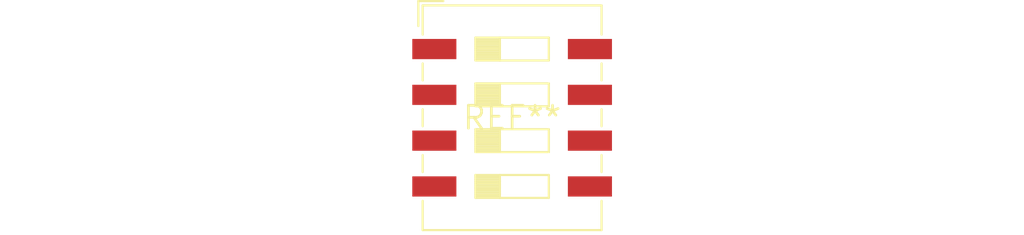
<source format=kicad_pcb>
(kicad_pcb (version 20240108) (generator pcbnew)
  (layers (0 "F.Cu" signal) (31 "B.Cu" signal) (34 "B.Paste" user) (35 "F.Paste" user) (36 "B.SilkS" user "B.Silkscreen") (37 "F.SilkS" user "F.Silkscreen") (38 "B.Mask" user) (39 "F.Mask" user) (44 "Edge.Cuts" user))
  (net 0 "")
  (footprint "SW_DIP_SPSTx04_Slide_9.78x12.34mm_W8.61mm_P2.54mm" (layer "F.Cu") (at 0 0)
    (property "Reference" "REF**")
    (property "Value" "SW_DIP_SPSTx04_Slide_9.78x12.34mm_W8.61mm_P2.54mm")
    (fp_line (start -5.19 -6.47) (end -5.19 -5.087) (layer "F.SilkS") (stroke (width 0.12)))
    (fp_line (start -5.19 -6.47) (end -3.806 -6.47) (layer "F.SilkS") (stroke (width 0.12)))
    (fp_line (start -4.95 -6.23) (end -4.95 -4.61) (layer "F.SilkS") (stroke (width 0.12)))
    (fp_line (start -4.95 -6.23) (end 4.95 -6.23) (layer "F.SilkS") (stroke (width 0.12)))
    (fp_line (start -4.95 -3.01) (end -4.95 -2.07) (layer "F.SilkS") (stroke (width 0.12)))
    (fp_line (start -4.95 -0.47) (end -4.95 0.47) (layer "F.SilkS") (stroke (width 0.12)))
    (fp_line (start -4.95 2.07) (end -4.95 3.01) (layer "F.SilkS") (stroke (width 0.12)))
    (fp_line (start -4.95 4.61) (end -4.95 6.23) (layer "F.SilkS") (stroke (width 0.12)))
    (fp_line (start -4.95 6.23) (end 4.95 6.23) (layer "F.SilkS") (stroke (width 0.12)))
    (fp_line (start -2.03 -4.445) (end -2.03 -3.175) (layer "F.SilkS") (stroke (width 0.12)))
    (fp_line (start -2.03 -4.325) (end -0.676667 -4.325) (layer "F.SilkS") (stroke (width 0.12)))
    (fp_line (start -2.03 -4.205) (end -0.676667 -4.205) (layer "F.SilkS") (stroke (width 0.12)))
    (fp_line (start -2.03 -4.085) (end -0.676667 -4.085) (layer "F.SilkS") (stroke (width 0.12)))
    (fp_line (start -2.03 -3.965) (end -0.676667 -3.965) (layer "F.SilkS") (stroke (width 0.12)))
    (fp_line (start -2.03 -3.845) (end -0.676667 -3.845) (layer "F.SilkS") (stroke (width 0.12)))
    (fp_line (start -2.03 -3.725) (end -0.676667 -3.725) (layer "F.SilkS") (stroke (width 0.12)))
    (fp_line (start -2.03 -3.605) (end -0.676667 -3.605) (layer "F.SilkS") (stroke (width 0.12)))
    (fp_line (start -2.03 -3.485) (end -0.676667 -3.485) (layer "F.SilkS") (stroke (width 0.12)))
    (fp_line (start -2.03 -3.365) (end -0.676667 -3.365) (layer "F.SilkS") (stroke (width 0.12)))
    (fp_line (start -2.03 -3.245) (end -0.676667 -3.245) (layer "F.SilkS") (stroke (width 0.12)))
    (fp_line (start -2.03 -3.175) (end 2.03 -3.175) (layer "F.SilkS") (stroke (width 0.12)))
    (fp_line (start -2.03 -1.905) (end -2.03 -0.635) (layer "F.SilkS") (stroke (width 0.12)))
    (fp_line (start -2.03 -1.785) (end -0.676667 -1.785) (layer "F.SilkS") (stroke (width 0.12)))
    (fp_line (start -2.03 -1.665) (end -0.676667 -1.665) (layer "F.SilkS") (stroke (width 0.12)))
    (fp_line (start -2.03 -1.545) (end -0.676667 -1.545) (layer "F.SilkS") (stroke (width 0.12)))
    (fp_line (start -2.03 -1.425) (end -0.676667 -1.425) (layer "F.SilkS") (stroke (width 0.12)))
    (fp_line (start -2.03 -1.305) (end -0.676667 -1.305) (layer "F.SilkS") (stroke (width 0.12)))
    (fp_line (start -2.03 -1.185) (end -0.676667 -1.185) (layer "F.SilkS") (stroke (width 0.12)))
    (fp_line (start -2.03 -1.065) (end -0.676667 -1.065) (layer "F.SilkS") (stroke (width 0.12)))
    (fp_line (start -2.03 -0.945) (end -0.676667 -0.945) (layer "F.SilkS") (stroke (width 0.12)))
    (fp_line (start -2.03 -0.825) (end -0.676667 -0.825) (layer "F.SilkS") (stroke (width 0.12)))
    (fp_line (start -2.03 -0.705) (end -0.676667 -0.705) (layer "F.SilkS") (stroke (width 0.12)))
    (fp_line (start -2.03 -0.635) (end 2.03 -0.635) (layer "F.SilkS") (stroke (width 0.12)))
    (fp_line (start -2.03 0.635) (end -2.03 1.905) (layer "F.SilkS") (stroke (width 0.12)))
    (fp_line (start -2.03 0.755) (end -0.676667 0.755) (layer "F.SilkS") (stroke (width 0.12)))
    (fp_line (start -2.03 0.875) (end -0.676667 0.875) (layer "F.SilkS") (stroke (width 0.12)))
    (fp_line (start -2.03 0.995) (end -0.676667 0.995) (layer "F.SilkS") (stroke (width 0.12)))
    (fp_line (start -2.03 1.115) (end -0.676667 1.115) (layer "F.SilkS") (stroke (width 0.12)))
    (fp_line (start -2.03 1.235) (end -0.676667 1.235) (layer "F.SilkS") (stroke (width 0.12)))
    (fp_line (start -2.03 1.355) (end -0.676667 1.355) (layer "F.SilkS") (stroke (width 0.12)))
    (fp_line (start -2.03 1.475) (end -0.676667 1.475) (layer "F.SilkS") (stroke (width 0.12)))
    (fp_line (start -2.03 1.595) (end -0.676667 1.595) (layer "F.SilkS") (stroke (width 0.12)))
    (fp_line (start -2.03 1.715) (end -0.676667 1.715) (layer "F.SilkS") (stroke (width 0.12)))
    (fp_line (start -2.03 1.835) (end -0.676667 1.835) (layer "F.SilkS") (stroke (width 0.12)))
    (fp_line (start -2.03 1.905) (end 2.03 1.905) (layer "F.SilkS") (stroke (width 0.12)))
    (fp_line (start -2.03 3.175) (end -2.03 4.445) (layer "F.SilkS") (stroke (width 0.12)))
    (fp_line (start -2.03 3.295) (end -0.676667 3.295) (layer "F.SilkS") (stroke (width 0.12)))
    (fp_line (start -2.03 3.415) (end -0.676667 3.415) (layer "F.SilkS") (stroke (width 0.12)))
    (fp_line (start -2.03 3.535) (end -0.676667 3.535) (layer "F.SilkS") (stroke (width 0.12)))
    (fp_line (start -2.03 3.655) (end -0.676667 3.655) (layer "F.SilkS") (stroke (width 0.12)))
    (fp_line (start -2.03 3.775) (end -0.676667 3.775) (layer "F.SilkS") (stroke (width 0.12)))
    (fp_line (start -2.03 3.895) (end -0.676667 3.895) (layer "F.SilkS") (stroke (width 0.12)))
    (fp_line (start -2.03 4.015) (end -0.676667 4.015) (layer "F.SilkS") (stroke (width 0.12)))
    (fp_line (start -2.03 4.135) (end -0.676667 4.135) (layer "F.SilkS") (stroke (width 0.12)))
    (fp_line (start -2.03 4.255) (end -0.676667 4.255) (layer "F.SilkS") (stroke (width 0.12)))
    (fp_line (start -2.03 4.375) (end -0.676667 4.375) (layer "F.SilkS") (stroke (width 0.12)))
    (fp_line (start -2.03 4.445) (end 2.03 4.445) (layer "F.SilkS") (stroke (width 0.12)))
    (fp_line (start -0.676667 -4.445) (end -0.676667 -3.175) (layer "F.SilkS") (stroke (width 0.12)))
    (fp_line (start -0.676667 -1.905) (end -0.676667 -0.635) (layer "F.SilkS") (stroke (width 0.12)))
    (fp_line (start -0.676667 0.635) (end -0.676667 1.905) (layer "F.SilkS") (stroke (width 0.12)))
    (fp_line (start -0.676667 3.175) (end -0.676667 4.445) (layer "F.SilkS") (stroke (width 0.12)))
    (fp_line (start 2.03 -4.445) (end -2.03 -4.445) (layer "F.SilkS") (stroke (width 0.12)))
    (fp_line (start 2.03 -3.175) (end 2.03 -4.445) (layer "F.SilkS") (stroke (width 0.12)))
    (fp_line (start 2.03 -1.905) (end -2.03 -1.905) (layer "F.SilkS") (stroke (width 0.12)))
    (fp_line (start 2.03 -0.635) (end 2.03 -1.905) (layer "F.SilkS") (stroke (width 0.12)))
    (fp_line (start 2.03 0.635) (end -2.03 0.635) (layer "F.SilkS") (stroke (width 0.12)))
    (fp_line (start 2.03 1.905) (end 2.03 0.635) (layer "F.SilkS") (stroke (width 0.12)))
    (fp_line (start 2.03 3.175) (end -2.03 3.175) (layer "F.SilkS") (stroke (width 0.12)))
    (fp_line (start 2.03 4.445) (end 2.03 3.175) (layer "F.SilkS") (stroke (width 0.12)))
    (fp_line (start 4.95 -6.23) (end 4.95 -4.61) (layer "F.SilkS") (stroke (width 0.12)))
    (fp_line (start 4.95 -3.01) (end 4.95 -2.07) (layer "F.SilkS") (stroke (width 0.12)))
    (fp_line (start 4.95 -0.47) (end 4.95 0.47) (layer "F.SilkS") (stroke (width 0.12)))
    (fp_line (start 4.95 2.07) (end 4.95 3.01) (layer "F.SilkS") (stroke (width 0.12)))
    (fp_line (start 4.95 4.61) (end 4.95 6.23) (layer "F.SilkS") (stroke (width 0.12)))
    (pad "1" smd rect (at -4.305 -3.81) (size 2.44 1.12) (layers "F.Cu" "F.Paste" "F.Mask"))
    (pad "2" smd rect (at -4.305 -1.27) (size 2.44 1.12) (layers "F.Cu" "F.Paste" "F.Mask"))
    (pad "3" smd rect (at -4.305 1.27) (size 2.44 1.12) (layers "F.Cu" "F.Paste" "F.Mask"))
    (pad "4" smd rect (at -4.305 3.81) (size 2.44 1.12) (layers "F.Cu" "F.Paste" "F.Mask"))
    (pad "5" smd rect (at 4.305 3.81) (size 2.44 1.12) (layers "F.Cu" "F.Paste" "F.Mask"))
    (pad "6" smd rect (at 4.305 1.27) (size 2.44 1.12) (layers "F.Cu" "F.Paste" "F.Mask"))
    (pad "7" smd rect (at 4.305 -1.27) (size 2.44 1.12) (layers "F.Cu" "F.Paste" "F.Mask"))
    (pad "8" smd rect (at 4.305 -3.81) (size 2.44 1.12) (layers "F.Cu" "F.Paste" "F.Mask"))
  )
)
</source>
